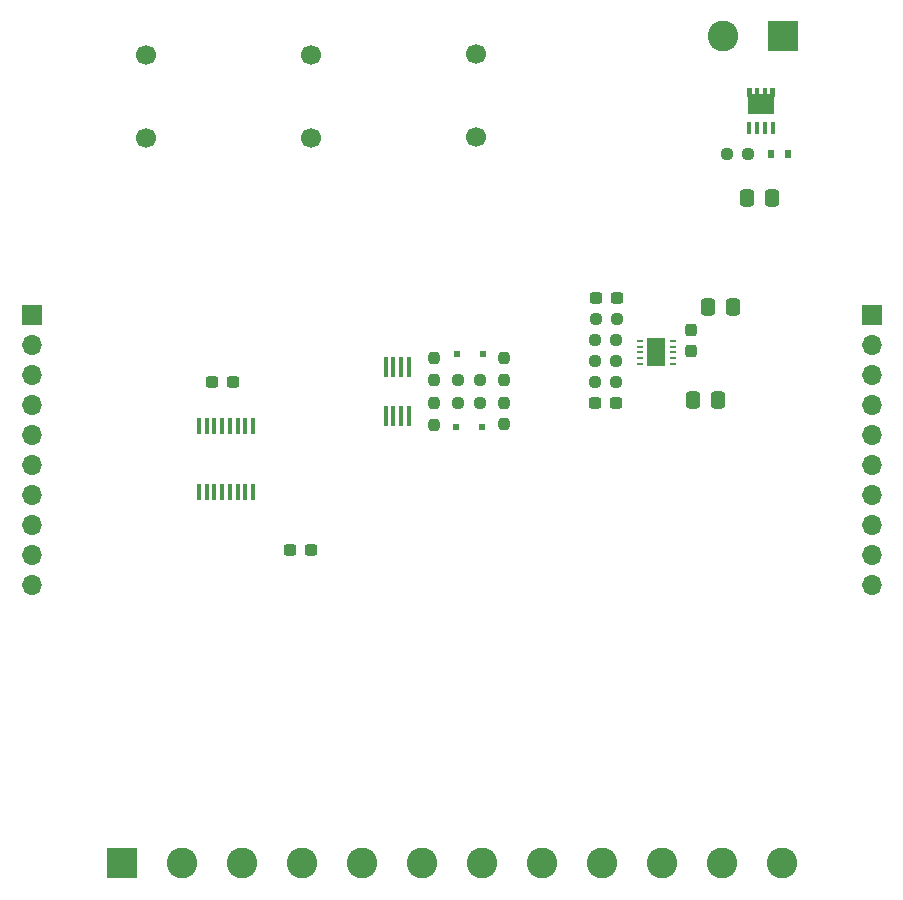
<source format=gbr>
%TF.GenerationSoftware,KiCad,Pcbnew,(6.0.8)*%
%TF.CreationDate,2022-11-04T20:36:36+01:00*%
%TF.ProjectId,Power_Meter,506f7765-725f-44d6-9574-65722e6b6963,rev?*%
%TF.SameCoordinates,Original*%
%TF.FileFunction,Soldermask,Bot*%
%TF.FilePolarity,Negative*%
%FSLAX46Y46*%
G04 Gerber Fmt 4.6, Leading zero omitted, Abs format (unit mm)*
G04 Created by KiCad (PCBNEW (6.0.8)) date 2022-11-04 20:36:36*
%MOMM*%
%LPD*%
G01*
G04 APERTURE LIST*
G04 Aperture macros list*
%AMRoundRect*
0 Rectangle with rounded corners*
0 $1 Rounding radius*
0 $2 $3 $4 $5 $6 $7 $8 $9 X,Y pos of 4 corners*
0 Add a 4 corners polygon primitive as box body*
4,1,4,$2,$3,$4,$5,$6,$7,$8,$9,$2,$3,0*
0 Add four circle primitives for the rounded corners*
1,1,$1+$1,$2,$3*
1,1,$1+$1,$4,$5*
1,1,$1+$1,$6,$7*
1,1,$1+$1,$8,$9*
0 Add four rect primitives between the rounded corners*
20,1,$1+$1,$2,$3,$4,$5,0*
20,1,$1+$1,$4,$5,$6,$7,0*
20,1,$1+$1,$6,$7,$8,$9,0*
20,1,$1+$1,$8,$9,$2,$3,0*%
%AMFreePoly0*
4,1,21,1.372500,0.787500,0.862500,0.787500,0.862500,0.532500,1.372500,0.532500,1.372500,0.127500,0.862500,0.127500,0.862500,-0.127500,1.372500,-0.127500,1.372500,-0.532500,0.862500,-0.532500,0.862500,-0.787500,1.372500,-0.787500,1.372500,-1.195000,0.612500,-1.195000,0.612500,-1.117500,-0.862500,-1.117500,-0.862500,1.117500,0.612500,1.117500,0.612500,1.195000,1.372500,1.195000,
1.372500,0.787500,1.372500,0.787500,$1*%
G04 Aperture macros list end*
%ADD10R,1.700000X1.700000*%
%ADD11O,1.700000X1.700000*%
%ADD12R,2.600000X2.600000*%
%ADD13C,2.600000*%
%ADD14C,1.700000*%
%ADD15RoundRect,0.237500X0.250000X0.237500X-0.250000X0.237500X-0.250000X-0.237500X0.250000X-0.237500X0*%
%ADD16R,0.600000X0.700000*%
%ADD17RoundRect,0.250000X-0.337500X-0.475000X0.337500X-0.475000X0.337500X0.475000X-0.337500X0.475000X0*%
%ADD18RoundRect,0.250000X0.337500X0.475000X-0.337500X0.475000X-0.337500X-0.475000X0.337500X-0.475000X0*%
%ADD19FreePoly0,90.000000*%
%ADD20R,0.405000X0.990000*%
%ADD21RoundRect,0.237500X-0.300000X-0.237500X0.300000X-0.237500X0.300000X0.237500X-0.300000X0.237500X0*%
%ADD22R,0.584200X0.228600*%
%ADD23C,0.500000*%
%ADD24R,1.625600X2.393800*%
%ADD25R,1.625600X2.387600*%
%ADD26RoundRect,0.237500X-0.237500X0.250000X-0.237500X-0.250000X0.237500X-0.250000X0.237500X0.250000X0*%
%ADD27RoundRect,0.237500X0.300000X0.237500X-0.300000X0.237500X-0.300000X-0.237500X0.300000X-0.237500X0*%
%ADD28RoundRect,0.237500X0.237500X-0.250000X0.237500X0.250000X-0.237500X0.250000X-0.237500X-0.250000X0*%
%ADD29RoundRect,0.237500X-0.250000X-0.237500X0.250000X-0.237500X0.250000X0.237500X-0.250000X0.237500X0*%
%ADD30R,0.500000X0.500000*%
%ADD31R,0.355600X1.473200*%
%ADD32R,0.431800X1.778000*%
%ADD33RoundRect,0.237500X0.237500X-0.300000X0.237500X0.300000X-0.237500X0.300000X-0.237500X-0.300000X0*%
G04 APERTURE END LIST*
D10*
%TO.C,J6*%
X75500000Y-88580000D03*
D11*
X75500000Y-91120000D03*
X75500000Y-93660000D03*
X75500000Y-96200000D03*
X75500000Y-98740000D03*
X75500000Y-101280000D03*
X75500000Y-103820000D03*
X75500000Y-106360000D03*
X75500000Y-108900000D03*
X75500000Y-111440000D03*
%TD*%
D10*
%TO.C,J7*%
X146620000Y-88580000D03*
D11*
X146620000Y-91120000D03*
X146620000Y-93660000D03*
X146620000Y-96200000D03*
X146620000Y-98740000D03*
X146620000Y-101280000D03*
X146620000Y-103820000D03*
X146620000Y-106360000D03*
X146620000Y-108900000D03*
X146620000Y-111440000D03*
%TD*%
D12*
%TO.C,J4*%
X83200000Y-135000000D03*
D13*
X88280000Y-135000000D03*
X93360000Y-135000000D03*
X98440000Y-135000000D03*
X103520000Y-135000000D03*
X108600000Y-135000000D03*
X113680000Y-135000000D03*
X118760000Y-135000000D03*
X123840000Y-135000000D03*
X128920000Y-135000000D03*
X134000000Y-135000000D03*
X139080000Y-135000000D03*
%TD*%
D14*
%TO.C,J3*%
X113111000Y-66523000D03*
X113111000Y-73523000D03*
%TD*%
%TO.C,J1*%
X85197000Y-73564000D03*
X85197000Y-66564000D03*
%TD*%
D12*
%TO.C,J5*%
X139085000Y-65000000D03*
D13*
X134005000Y-65000000D03*
%TD*%
D14*
%TO.C,J2*%
X99176000Y-66564000D03*
X99176000Y-73564000D03*
%TD*%
D15*
%TO.C,R64*%
X124995000Y-94296000D03*
X123170000Y-94296000D03*
%TD*%
D16*
%TO.C,D9*%
X139514500Y-74992000D03*
X138114500Y-74992000D03*
%TD*%
D17*
%TO.C,C35*%
X136077952Y-78675000D03*
X138152952Y-78675000D03*
%TD*%
D18*
%TO.C,C25*%
X133605500Y-95820000D03*
X131530500Y-95820000D03*
%TD*%
D19*
%TO.C,Q1*%
X137267000Y-70751500D03*
D20*
X136277000Y-72744000D03*
X136937000Y-72744000D03*
X137597000Y-72744000D03*
X138257000Y-72744000D03*
%TD*%
D21*
%TO.C,C13*%
X97415500Y-108520000D03*
X99140500Y-108520000D03*
%TD*%
D22*
%TO.C,U8*%
X129777000Y-90755999D03*
X129777000Y-91255998D03*
X129777000Y-91756000D03*
X129777000Y-92255999D03*
X129777000Y-92756001D03*
X126977000Y-92756001D03*
X126977000Y-92256002D03*
X126977000Y-91756000D03*
X126977000Y-91256001D03*
X126977000Y-90755999D03*
D23*
X128377000Y-91756000D03*
D24*
X128377000Y-91756000D03*
D23*
X127927000Y-90956000D03*
X127927000Y-92556000D03*
X128827000Y-90956000D03*
X128827000Y-92556000D03*
D25*
X128377000Y-91756000D03*
%TD*%
D26*
%TO.C,R57*%
X115499200Y-96025100D03*
X115499200Y-97850100D03*
%TD*%
D27*
%TO.C,C27*%
X125048500Y-87184000D03*
X123323500Y-87184000D03*
%TD*%
D18*
%TO.C,C24*%
X134875500Y-87946000D03*
X132800500Y-87946000D03*
%TD*%
D21*
%TO.C,C28*%
X123220000Y-96074000D03*
X124945000Y-96074000D03*
%TD*%
D28*
%TO.C,R59*%
X109606400Y-94090900D03*
X109606400Y-92265900D03*
%TD*%
D29*
%TO.C,R62*%
X123273500Y-88962000D03*
X125098500Y-88962000D03*
%TD*%
%TO.C,R65*%
X123170000Y-90740000D03*
X124995000Y-90740000D03*
%TD*%
D27*
%TO.C,C16*%
X92536500Y-94296000D03*
X90811500Y-94296000D03*
%TD*%
D26*
%TO.C,R56*%
X109606400Y-96050500D03*
X109606400Y-97875500D03*
%TD*%
D15*
%TO.C,R58*%
X113465300Y-94092800D03*
X111640300Y-94092800D03*
%TD*%
D30*
%TO.C,D7*%
X113652800Y-98106000D03*
X111452800Y-98106000D03*
%TD*%
%TO.C,D8*%
X113703600Y-91857600D03*
X111503600Y-91857600D03*
%TD*%
D29*
%TO.C,R68*%
X134346000Y-74992000D03*
X136171000Y-74992000D03*
%TD*%
D31*
%TO.C,U3*%
X94237999Y-103605400D03*
X93588001Y-103605400D03*
X92937999Y-103605400D03*
X92288001Y-103605400D03*
X91638002Y-103605400D03*
X90988001Y-103605400D03*
X90338002Y-103605400D03*
X89688001Y-103605400D03*
X89688001Y-97966600D03*
X90337999Y-97966600D03*
X90988001Y-97966600D03*
X91637999Y-97966600D03*
X92287998Y-97966600D03*
X92937999Y-97966600D03*
X93587998Y-97966600D03*
X94237999Y-97966600D03*
%TD*%
D29*
%TO.C,R63*%
X123170000Y-92518000D03*
X124995000Y-92518000D03*
%TD*%
D28*
%TO.C,R60*%
X115499200Y-94090900D03*
X115499200Y-92265900D03*
%TD*%
D32*
%TO.C,U6*%
X105481801Y-93013300D03*
X106131799Y-93013300D03*
X106781801Y-93013300D03*
X107431799Y-93013300D03*
X107431799Y-97102700D03*
X106781801Y-97102700D03*
X106131799Y-97102700D03*
X105481801Y-97102700D03*
%TD*%
D15*
%TO.C,R55*%
X113465300Y-96023200D03*
X111640300Y-96023200D03*
%TD*%
D33*
%TO.C,C26*%
X131298000Y-91602500D03*
X131298000Y-89877500D03*
%TD*%
M02*

</source>
